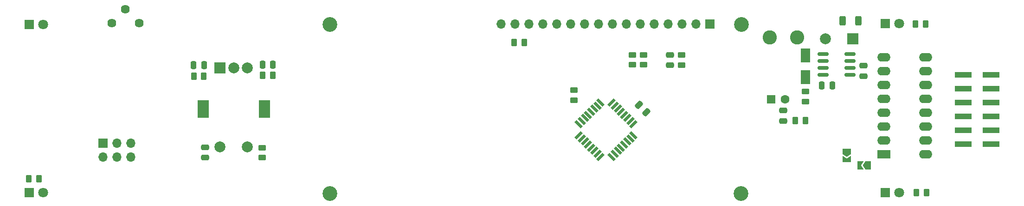
<source format=gts>
%TF.GenerationSoftware,KiCad,Pcbnew,6.0.11+dfsg-1*%
%TF.CreationDate,2023-11-10T00:48:12+01:00*%
%TF.ProjectId,tallySdoAdapter,74616c6c-7953-4646-9f41-646170746572,0.1*%
%TF.SameCoordinates,Original*%
%TF.FileFunction,Soldermask,Top*%
%TF.FilePolarity,Negative*%
%FSLAX46Y46*%
G04 Gerber Fmt 4.6, Leading zero omitted, Abs format (unit mm)*
G04 Created by KiCad (PCBNEW 6.0.11+dfsg-1) date 2023-11-10 00:48:12*
%MOMM*%
%LPD*%
G01*
G04 APERTURE LIST*
G04 Aperture macros list*
%AMRoundRect*
0 Rectangle with rounded corners*
0 $1 Rounding radius*
0 $2 $3 $4 $5 $6 $7 $8 $9 X,Y pos of 4 corners*
0 Add a 4 corners polygon primitive as box body*
4,1,4,$2,$3,$4,$5,$6,$7,$8,$9,$2,$3,0*
0 Add four circle primitives for the rounded corners*
1,1,$1+$1,$2,$3*
1,1,$1+$1,$4,$5*
1,1,$1+$1,$6,$7*
1,1,$1+$1,$8,$9*
0 Add four rect primitives between the rounded corners*
20,1,$1+$1,$2,$3,$4,$5,0*
20,1,$1+$1,$4,$5,$6,$7,0*
20,1,$1+$1,$6,$7,$8,$9,0*
20,1,$1+$1,$8,$9,$2,$3,0*%
%AMRotRect*
0 Rectangle, with rotation*
0 The origin of the aperture is its center*
0 $1 length*
0 $2 width*
0 $3 Rotation angle, in degrees counterclockwise*
0 Add horizontal line*
21,1,$1,$2,0,0,$3*%
%AMFreePoly0*
4,1,6,1.000000,0.000000,0.500000,-0.750000,-0.500000,-0.750000,-0.500000,0.750000,0.500000,0.750000,1.000000,0.000000,1.000000,0.000000,$1*%
%AMFreePoly1*
4,1,6,0.500000,-0.750000,-0.650000,-0.750000,-0.150000,0.000000,-0.650000,0.750000,0.500000,0.750000,0.500000,-0.750000,0.500000,-0.750000,$1*%
G04 Aperture macros list end*
%ADD10RoundRect,0.250000X0.450000X-0.262500X0.450000X0.262500X-0.450000X0.262500X-0.450000X-0.262500X0*%
%ADD11FreePoly0,270.000000*%
%ADD12FreePoly1,270.000000*%
%ADD13RoundRect,0.250000X0.250000X0.475000X-0.250000X0.475000X-0.250000X-0.475000X0.250000X-0.475000X0*%
%ADD14RoundRect,0.250000X-0.450000X0.262500X-0.450000X-0.262500X0.450000X-0.262500X0.450000X0.262500X0*%
%ADD15RoundRect,0.250000X0.262500X0.450000X-0.262500X0.450000X-0.262500X-0.450000X0.262500X-0.450000X0*%
%ADD16R,1.800000X2.500000*%
%ADD17R,3.150000X1.000000*%
%ADD18C,2.700000*%
%ADD19RoundRect,0.250000X-0.262500X-0.450000X0.262500X-0.450000X0.262500X0.450000X-0.262500X0.450000X0*%
%ADD20RoundRect,0.250000X-0.475000X0.250000X-0.475000X-0.250000X0.475000X-0.250000X0.475000X0.250000X0*%
%ADD21RoundRect,0.150000X-0.825000X-0.150000X0.825000X-0.150000X0.825000X0.150000X-0.825000X0.150000X0*%
%ADD22FreePoly0,180.000000*%
%ADD23FreePoly1,180.000000*%
%ADD24RoundRect,0.250000X0.475000X-0.250000X0.475000X0.250000X-0.475000X0.250000X-0.475000X-0.250000X0*%
%ADD25RotRect,1.600000X0.550000X45.000000*%
%ADD26RotRect,1.600000X0.550000X135.000000*%
%ADD27RoundRect,0.250000X-0.512652X-0.159099X-0.159099X-0.512652X0.512652X0.159099X0.159099X0.512652X0*%
%ADD28RoundRect,0.250000X0.312500X0.625000X-0.312500X0.625000X-0.312500X-0.625000X0.312500X-0.625000X0*%
%ADD29RoundRect,0.250000X-0.250000X-0.475000X0.250000X-0.475000X0.250000X0.475000X-0.250000X0.475000X0*%
%ADD30R,1.800000X1.800000*%
%ADD31C,1.800000*%
%ADD32R,2.000000X2.000000*%
%ADD33C,2.000000*%
%ADD34R,2.400000X1.600000*%
%ADD35O,2.400000X1.600000*%
%ADD36R,1.700000X1.700000*%
%ADD37O,1.700000X1.700000*%
%ADD38R,1.600000X1.600000*%
%ADD39C,1.600000*%
%ADD40R,2.000000X3.200000*%
%ADD41C,1.620000*%
%ADD42C,2.600000*%
G04 APERTURE END LIST*
D10*
%TO.C,R11*%
X194843400Y-107287700D03*
X194843400Y-105462700D03*
%TD*%
D11*
%TO.C,JP1*%
X233984800Y-123139200D03*
D12*
X233984800Y-124589200D03*
%TD*%
D13*
%TO.C,C5*%
X129260600Y-107213400D03*
X127360600Y-107213400D03*
%TD*%
D14*
%TO.C,R9*%
X127304800Y-122455300D03*
X127304800Y-124280300D03*
%TD*%
%TO.C,R8*%
X184200800Y-111939700D03*
X184200800Y-113764700D03*
%TD*%
D13*
%TO.C,CT1*%
X231363600Y-111023400D03*
X229463600Y-111023400D03*
%TD*%
D15*
%TO.C,R4*%
X86561300Y-128168400D03*
X84736300Y-128168400D03*
%TD*%
D16*
%TO.C,D5*%
X226453700Y-105549700D03*
X226453700Y-109549700D03*
%TD*%
D15*
%TO.C,R3*%
X226466400Y-117475000D03*
X224641400Y-117475000D03*
%TD*%
D17*
%TO.C,J1*%
X255285000Y-109143800D03*
X260335000Y-109143800D03*
X255285000Y-111683800D03*
X260335000Y-111683800D03*
X255285000Y-114223800D03*
X260335000Y-114223800D03*
X255285000Y-116763800D03*
X260335000Y-116763800D03*
X255285000Y-119303800D03*
X260335000Y-119303800D03*
X255285000Y-121843800D03*
X260335000Y-121843800D03*
%TD*%
D18*
%TO.C,H3*%
X139700000Y-99898200D03*
%TD*%
D19*
%TO.C,R14*%
X246714000Y-130708400D03*
X248539000Y-130708400D03*
%TD*%
D20*
%TO.C,C9*%
X222427800Y-115646200D03*
X222427800Y-117546200D03*
%TD*%
D10*
%TO.C,R2*%
X226479100Y-114004100D03*
X226479100Y-112179100D03*
%TD*%
D15*
%TO.C,R7*%
X129235200Y-109194600D03*
X127410200Y-109194600D03*
%TD*%
D14*
%TO.C,R13*%
X203860400Y-105488100D03*
X203860400Y-107313100D03*
%TD*%
D21*
%TO.C,U1*%
X229657100Y-105270300D03*
X229657100Y-106540300D03*
X229657100Y-107810300D03*
X229657100Y-109080300D03*
X234607100Y-109080300D03*
X234607100Y-107810300D03*
X234607100Y-106540300D03*
X234607100Y-105270300D03*
%TD*%
D22*
%TO.C,JP2*%
X237921800Y-125730000D03*
D23*
X236471800Y-125730000D03*
%TD*%
D24*
%TO.C,C6*%
X116916200Y-124282200D03*
X116916200Y-122382200D03*
%TD*%
D19*
%TO.C,R10*%
X173306100Y-103149400D03*
X175131100Y-103149400D03*
%TD*%
D25*
%TO.C,U2*%
X185097050Y-120206666D03*
X185662736Y-120772351D03*
X186228421Y-121338037D03*
X186794106Y-121903722D03*
X187359792Y-122469408D03*
X187925477Y-123035093D03*
X188491163Y-123600778D03*
X189056848Y-124166464D03*
D26*
X191107458Y-124166464D03*
X191673143Y-123600778D03*
X192238829Y-123035093D03*
X192804514Y-122469408D03*
X193370200Y-121903722D03*
X193935885Y-121338037D03*
X194501570Y-120772351D03*
X195067256Y-120206666D03*
D25*
X195067256Y-118156056D03*
X194501570Y-117590371D03*
X193935885Y-117024685D03*
X193370200Y-116459000D03*
X192804514Y-115893314D03*
X192238829Y-115327629D03*
X191673143Y-114761944D03*
X191107458Y-114196258D03*
D26*
X189056848Y-114196258D03*
X188491163Y-114761944D03*
X187925477Y-115327629D03*
X187359792Y-115893314D03*
X186794106Y-116459000D03*
X186228421Y-117024685D03*
X185662736Y-117590371D03*
X185097050Y-118156056D03*
%TD*%
D27*
%TO.C,C3*%
X196102049Y-114644249D03*
X197445551Y-115987751D03*
%TD*%
D20*
%TO.C,C7*%
X201777600Y-105450600D03*
X201777600Y-107350600D03*
%TD*%
D24*
%TO.C,C8*%
X237007400Y-109331800D03*
X237007400Y-107431800D03*
%TD*%
D18*
%TO.C,H1*%
X139700000Y-130911600D03*
%TD*%
%TO.C,H2*%
X214731600Y-130886200D03*
%TD*%
D14*
%TO.C,R12*%
X196875400Y-105464600D03*
X196875400Y-107289600D03*
%TD*%
D18*
%TO.C,H4*%
X214757000Y-99898200D03*
%TD*%
D19*
%TO.C,R6*%
X114833400Y-109347000D03*
X116658400Y-109347000D03*
%TD*%
D28*
%TO.C,R1*%
X236118400Y-99237800D03*
X233193400Y-99237800D03*
%TD*%
D19*
%TO.C,R5*%
X246561600Y-99771200D03*
X248386600Y-99771200D03*
%TD*%
D29*
%TO.C,C4*%
X114813000Y-107365800D03*
X116713000Y-107365800D03*
%TD*%
D30*
%TO.C,D4*%
X241015600Y-99745800D03*
D31*
X243555600Y-99745800D03*
%TD*%
D32*
%TO.C,C1*%
X235133277Y-102514400D03*
D33*
X230133277Y-102514400D03*
%TD*%
D34*
%TO.C,U3*%
X240802000Y-123708000D03*
D35*
X240802000Y-121168000D03*
X240802000Y-118628000D03*
X240802000Y-116088000D03*
X240802000Y-113548000D03*
X240802000Y-111008000D03*
X240802000Y-108468000D03*
X240802000Y-105928000D03*
X248422000Y-105928000D03*
X248422000Y-108468000D03*
X248422000Y-111008000D03*
X248422000Y-113548000D03*
X248422000Y-116088000D03*
X248422000Y-118628000D03*
X248422000Y-121168000D03*
X248422000Y-123708000D03*
%TD*%
D30*
%TO.C,D1*%
X84831000Y-130733800D03*
D31*
X87371000Y-130733800D03*
%TD*%
D30*
%TO.C,D2*%
X84831000Y-99872800D03*
D31*
X87371000Y-99872800D03*
%TD*%
D36*
%TO.C,J3*%
X208991200Y-99822000D03*
D37*
X206451200Y-99822000D03*
X203911200Y-99822000D03*
X201371200Y-99822000D03*
X198831200Y-99822000D03*
X196291200Y-99822000D03*
X193751200Y-99822000D03*
X191211200Y-99822000D03*
X188671200Y-99822000D03*
X186131200Y-99822000D03*
X183591200Y-99822000D03*
X181051200Y-99822000D03*
X178511200Y-99822000D03*
X175971200Y-99822000D03*
X173431200Y-99822000D03*
X170891200Y-99822000D03*
%TD*%
D38*
%TO.C,C2*%
X220207200Y-113588800D03*
D39*
X222707200Y-113588800D03*
%TD*%
D32*
%TO.C,SW1*%
X119623200Y-107862800D03*
D33*
X124623200Y-107862800D03*
X122123200Y-107862800D03*
D40*
X116523200Y-115362800D03*
X127723200Y-115362800D03*
D33*
X124623200Y-122362800D03*
X119623200Y-122362800D03*
%TD*%
D30*
%TO.C,D3*%
X241015600Y-130733800D03*
D31*
X243555600Y-130733800D03*
%TD*%
D41*
%TO.C,RV1*%
X104862000Y-99623000D03*
X102362000Y-97123000D03*
X99862000Y-99623000D03*
%TD*%
D42*
%TO.C,L1*%
X224967800Y-102285800D03*
X219967800Y-102285800D03*
%TD*%
D36*
%TO.C,J2*%
X98272600Y-121640600D03*
D37*
X98272600Y-124180600D03*
X100812600Y-121640600D03*
X100812600Y-124180600D03*
X103352600Y-121640600D03*
X103352600Y-124180600D03*
%TD*%
M02*

</source>
